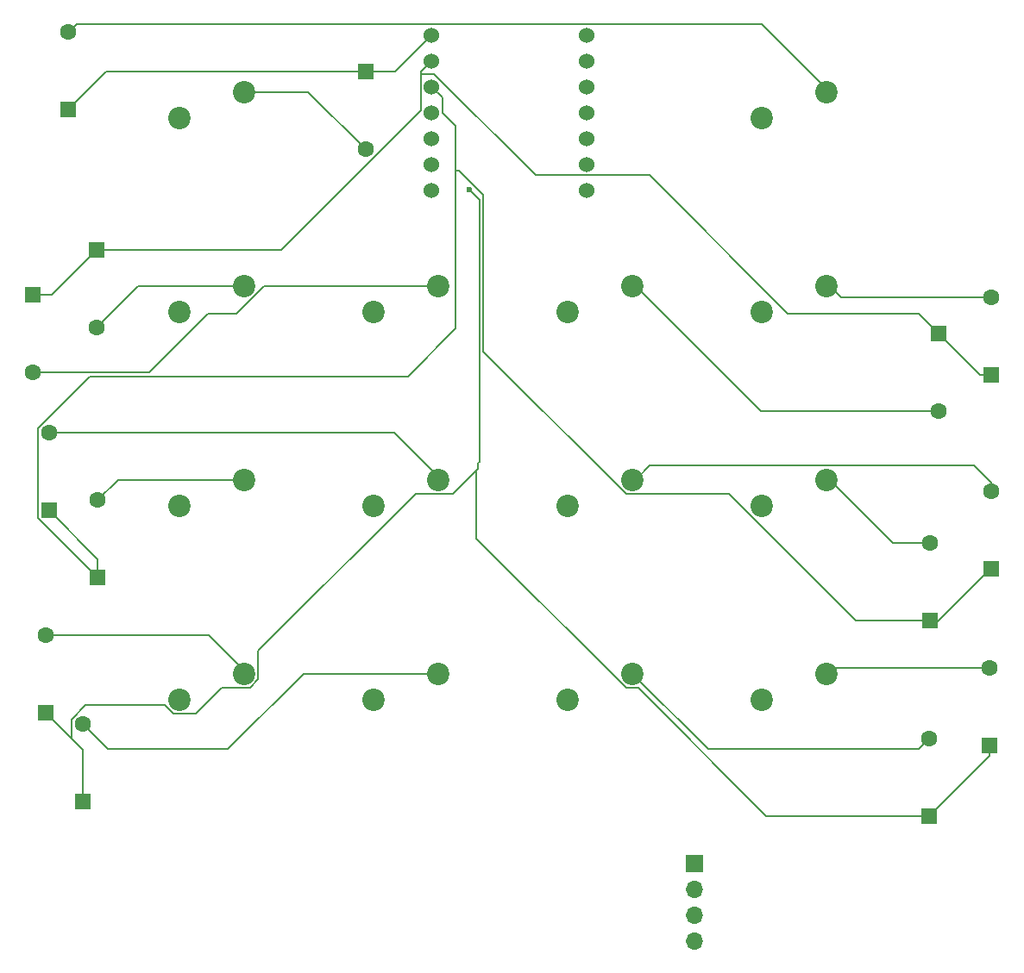
<source format=gbl>
%TF.GenerationSoftware,KiCad,Pcbnew,9.0.6*%
%TF.CreationDate,2025-12-02T12:20:49-05:00*%
%TF.ProjectId,TodoPad,546f646f-5061-4642-9e6b-696361645f70,rev?*%
%TF.SameCoordinates,Original*%
%TF.FileFunction,Copper,L2,Bot*%
%TF.FilePolarity,Positive*%
%FSLAX46Y46*%
G04 Gerber Fmt 4.6, Leading zero omitted, Abs format (unit mm)*
G04 Created by KiCad (PCBNEW 9.0.6) date 2025-12-02 12:20:49*
%MOMM*%
%LPD*%
G01*
G04 APERTURE LIST*
G04 Aperture macros list*
%AMRoundRect*
0 Rectangle with rounded corners*
0 $1 Rounding radius*
0 $2 $3 $4 $5 $6 $7 $8 $9 X,Y pos of 4 corners*
0 Add a 4 corners polygon primitive as box body*
4,1,4,$2,$3,$4,$5,$6,$7,$8,$9,$2,$3,0*
0 Add four circle primitives for the rounded corners*
1,1,$1+$1,$2,$3*
1,1,$1+$1,$4,$5*
1,1,$1+$1,$6,$7*
1,1,$1+$1,$8,$9*
0 Add four rect primitives between the rounded corners*
20,1,$1+$1,$2,$3,$4,$5,0*
20,1,$1+$1,$4,$5,$6,$7,0*
20,1,$1+$1,$6,$7,$8,$9,0*
20,1,$1+$1,$8,$9,$2,$3,0*%
G04 Aperture macros list end*
%TA.AperFunction,ComponentPad*%
%ADD10RoundRect,0.250000X-0.550000X0.550000X-0.550000X-0.550000X0.550000X-0.550000X0.550000X0.550000X0*%
%TD*%
%TA.AperFunction,ComponentPad*%
%ADD11C,1.600000*%
%TD*%
%TA.AperFunction,ComponentPad*%
%ADD12C,2.200000*%
%TD*%
%TA.AperFunction,ComponentPad*%
%ADD13RoundRect,0.250000X0.550000X-0.550000X0.550000X0.550000X-0.550000X0.550000X-0.550000X-0.550000X0*%
%TD*%
%TA.AperFunction,ComponentPad*%
%ADD14C,1.524000*%
%TD*%
%TA.AperFunction,ComponentPad*%
%ADD15R,1.700000X1.700000*%
%TD*%
%TA.AperFunction,ComponentPad*%
%ADD16O,1.700000X1.700000*%
%TD*%
%TA.AperFunction,ViaPad*%
%ADD17C,0.600000*%
%TD*%
%TA.AperFunction,Conductor*%
%ADD18C,0.200000*%
%TD*%
G04 APERTURE END LIST*
D10*
%TO.P,D4,1,K*%
%TO.N,Row 1*%
X98700000Y-70280000D03*
D11*
%TO.P,D4,2,A*%
%TO.N,Net-(D4-A)*%
X98700000Y-77900000D03*
%TD*%
D12*
%TO.P,SW7,1,1*%
%TO.N,Net-(D3-A)*%
X151247500Y-92868750D03*
%TO.P,SW7,2,2*%
%TO.N,Col 2*%
X144897500Y-95408750D03*
%TD*%
%TO.P,SW9,1,1*%
%TO.N,Net-(D4-A)*%
X113147500Y-73818750D03*
%TO.P,SW9,2,2*%
%TO.N,Col 0*%
X106797500Y-76358750D03*
%TD*%
D13*
%TO.P,D12,1,K*%
%TO.N,Row 2*%
X180500000Y-106710000D03*
D11*
%TO.P,D12,2,A*%
%TO.N,Net-(D12-A)*%
X180500000Y-99090000D03*
%TD*%
D13*
%TO.P,D8,1,K*%
%TO.N,Row 3*%
X97300000Y-124510000D03*
D11*
%TO.P,D8,2,A*%
%TO.N,Net-(D8-A)*%
X97300000Y-116890000D03*
%TD*%
D12*
%TO.P,SW5,1,1*%
%TO.N,Net-(D1-A)*%
X113147500Y-92868750D03*
%TO.P,SW5,2,2*%
%TO.N,Col 0*%
X106797500Y-95408750D03*
%TD*%
%TO.P,SW4,1,1*%
%TO.N,Net-(D13-A)*%
X170297500Y-111918750D03*
%TO.P,SW4,2,2*%
%TO.N,Col 3*%
X163947500Y-114458750D03*
%TD*%
D10*
%TO.P,D10,1,K*%
%TO.N,Row 0*%
X125100000Y-52790000D03*
D11*
%TO.P,D10,2,A*%
%TO.N,Net-(D10-A)*%
X125100000Y-60410000D03*
%TD*%
D12*
%TO.P,SW2,1,1*%
%TO.N,Net-(D8-A)*%
X132197500Y-111918750D03*
%TO.P,SW2,2,2*%
%TO.N,Col 1*%
X125847500Y-114458750D03*
%TD*%
D10*
%TO.P,D6,1,K*%
%TO.N,Row 1*%
X181300000Y-78490000D03*
D11*
%TO.P,D6,2,A*%
%TO.N,Net-(D6-A)*%
X181300000Y-86110000D03*
%TD*%
D13*
%TO.P,D14,1,K*%
%TO.N,Row 1*%
X186500000Y-82550000D03*
D11*
%TO.P,D14,2,A*%
%TO.N,Net-(D14-A)*%
X186500000Y-74930000D03*
%TD*%
D12*
%TO.P,SW6,1,1*%
%TO.N,Net-(D2-A)*%
X132197500Y-92868750D03*
%TO.P,SW6,2,2*%
%TO.N,Col 1*%
X125847500Y-95408750D03*
%TD*%
D13*
%TO.P,D3,1,K*%
%TO.N,Row 2*%
X186500000Y-101600000D03*
D11*
%TO.P,D3,2,A*%
%TO.N,Net-(D3-A)*%
X186500000Y-93980000D03*
%TD*%
D13*
%TO.P,D1,1,K*%
%TO.N,Row 2*%
X98800000Y-102510000D03*
D11*
%TO.P,D1,2,A*%
%TO.N,Net-(D1-A)*%
X98800000Y-94890000D03*
%TD*%
D14*
%TO.P,U1,1,GPIO26/ADC0/A0*%
%TO.N,Row 0*%
X131562500Y-49212500D03*
%TO.P,U1,2,GPIO27/ADC1/A1*%
%TO.N,Row 1*%
X131562500Y-51752500D03*
%TO.P,U1,3,GPIO28/ADC2/A2*%
%TO.N,Row 2*%
X131562500Y-54292500D03*
%TO.P,U1,4,GPIO29/ADC3/A3*%
%TO.N,Row 3*%
X131562500Y-56832500D03*
%TO.P,U1,5,GPIO6/SDA*%
%TO.N,Net-(U1-GPIO6{slash}SDA)*%
X131562500Y-59372500D03*
%TO.P,U1,6,GPIO7/SCL*%
%TO.N,Net-(U1-GPIO7{slash}SCL)*%
X131562500Y-61912500D03*
%TO.P,U1,7,GPIO0/TX*%
%TO.N,unconnected-(U1-GPIO0{slash}TX-Pad7)*%
X131562500Y-64452500D03*
%TO.P,U1,8,GPIO1/RX*%
%TO.N,Col 3*%
X146802500Y-64452500D03*
%TO.P,U1,9,GPIO2/SCK*%
%TO.N,Col 2*%
X146802500Y-61912500D03*
%TO.P,U1,10,GPIO4/MISO*%
%TO.N,Col 1*%
X146802500Y-59372500D03*
%TO.P,U1,11,GPIO3/MOSI*%
%TO.N,Col 0*%
X146802500Y-56832500D03*
%TO.P,U1,12,3V3*%
%TO.N,unconnected-(U1-3V3-Pad12)*%
X146802500Y-54292500D03*
%TO.P,U1,13,GND*%
%TO.N,GND*%
X146802500Y-51752500D03*
%TO.P,U1,14,VBUS*%
%TO.N,+5V*%
X146802500Y-49212500D03*
%TD*%
D13*
%TO.P,D13,1,K*%
%TO.N,Row 3*%
X186300000Y-119010000D03*
D11*
%TO.P,D13,2,A*%
%TO.N,Net-(D13-A)*%
X186300000Y-111390000D03*
%TD*%
D12*
%TO.P,SW10,1,1*%
%TO.N,Net-(D5-A)*%
X132197500Y-73818750D03*
%TO.P,SW10,2,2*%
%TO.N,Col 1*%
X125847500Y-76358750D03*
%TD*%
%TO.P,SW12,1,1*%
%TO.N,Net-(D14-A)*%
X170297500Y-73818750D03*
%TO.P,SW12,2,2*%
%TO.N,Col 3*%
X163947500Y-76358750D03*
%TD*%
D13*
%TO.P,D9,1,K*%
%TO.N,Row 3*%
X180400000Y-125910000D03*
D11*
%TO.P,D9,2,A*%
%TO.N,Net-(D9-A)*%
X180400000Y-118290000D03*
%TD*%
D12*
%TO.P,SW1,1,1*%
%TO.N,Net-(D7-A)*%
X113147500Y-111918750D03*
%TO.P,SW1,2,2*%
%TO.N,Col 0*%
X106797500Y-114458750D03*
%TD*%
%TO.P,SW8,1,1*%
%TO.N,Net-(D12-A)*%
X170297500Y-92868750D03*
%TO.P,SW8,2,2*%
%TO.N,Col 3*%
X163947500Y-95408750D03*
%TD*%
%TO.P,SW14,1,1*%
%TO.N,Net-(D11-A)*%
X170297500Y-54768750D03*
%TO.P,SW14,2,2*%
%TO.N,Col 3*%
X163947500Y-57308750D03*
%TD*%
D13*
%TO.P,D11,1,K*%
%TO.N,Row 0*%
X95900000Y-56510000D03*
D11*
%TO.P,D11,2,A*%
%TO.N,Net-(D11-A)*%
X95900000Y-48890000D03*
%TD*%
D13*
%TO.P,D7,1,K*%
%TO.N,Row 3*%
X93700000Y-115810000D03*
D11*
%TO.P,D7,2,A*%
%TO.N,Net-(D7-A)*%
X93700000Y-108190000D03*
%TD*%
D12*
%TO.P,SW11,1,1*%
%TO.N,Net-(D6-A)*%
X151247500Y-73818750D03*
%TO.P,SW11,2,2*%
%TO.N,Col 2*%
X144897500Y-76358750D03*
%TD*%
D10*
%TO.P,D5,1,K*%
%TO.N,Row 1*%
X92400000Y-74690000D03*
D11*
%TO.P,D5,2,A*%
%TO.N,Net-(D5-A)*%
X92400000Y-82310000D03*
%TD*%
D12*
%TO.P,SW13,1,1*%
%TO.N,Net-(D10-A)*%
X113147500Y-54768750D03*
%TO.P,SW13,2,2*%
%TO.N,Col 0*%
X106797500Y-57308750D03*
%TD*%
D15*
%TO.P,U2,1,Gnd*%
%TO.N,GND*%
X157400000Y-130590000D03*
D16*
%TO.P,U2,2,VCC*%
%TO.N,+5V*%
X157400000Y-133130000D03*
%TO.P,U2,3,SCL*%
%TO.N,Net-(U1-GPIO7{slash}SCL)*%
X157400000Y-135670000D03*
%TO.P,U2,4,SDA*%
%TO.N,Net-(U1-GPIO6{slash}SDA)*%
X157400000Y-138210000D03*
%TD*%
D13*
%TO.P,D2,1,K*%
%TO.N,Row 2*%
X94000000Y-95910000D03*
D11*
%TO.P,D2,2,A*%
%TO.N,Net-(D2-A)*%
X94000000Y-88290000D03*
%TD*%
D12*
%TO.P,SW3,1,1*%
%TO.N,Net-(D9-A)*%
X151247500Y-111918750D03*
%TO.P,SW3,2,2*%
%TO.N,Col 2*%
X144897500Y-114458750D03*
%TD*%
D17*
%TO.N,Row 3*%
X135300000Y-64400000D03*
%TD*%
D18*
%TO.N,Row 2*%
X160753684Y-94269750D02*
X150667186Y-94269750D01*
X136657000Y-64907057D02*
X134249943Y-62500000D01*
X180500000Y-106900000D02*
X180800000Y-107200000D01*
X180500000Y-106710000D02*
X180500000Y-106900000D01*
X132625500Y-55355500D02*
X131562500Y-54292500D01*
X150667186Y-94269750D02*
X136657000Y-80259564D01*
X98021950Y-82711000D02*
X129226780Y-82711000D01*
X92899000Y-87833950D02*
X98021950Y-82711000D01*
X132625500Y-56860564D02*
X132625500Y-55355500D01*
X133916000Y-58151064D02*
X132625500Y-56860564D01*
X129226780Y-82711000D02*
X133916000Y-78021780D01*
X136657000Y-80259564D02*
X136657000Y-64907057D01*
X98800000Y-100710000D02*
X94000000Y-95910000D01*
X133916000Y-62500000D02*
X133916000Y-58151064D01*
X98800000Y-102510000D02*
X98800000Y-100710000D01*
X186400000Y-101600000D02*
X186500000Y-101600000D01*
X133916000Y-78021780D02*
X133916000Y-62500000D01*
X92899000Y-96609000D02*
X92899000Y-87833950D01*
X134249943Y-62500000D02*
X133916000Y-62500000D01*
X180800000Y-107200000D02*
X186400000Y-101600000D01*
X98800000Y-102510000D02*
X92899000Y-96609000D01*
X180500000Y-106710000D02*
X173193934Y-106710000D01*
X173193934Y-106710000D02*
X160753684Y-94269750D01*
%TO.N,Net-(D1-A)*%
X98800000Y-94890000D02*
X100821250Y-92868750D01*
X113353750Y-92980000D02*
X113465000Y-92868750D01*
X100821250Y-92868750D02*
X113465000Y-92868750D01*
%TO.N,Net-(D2-A)*%
X127936250Y-88290000D02*
X132515000Y-92868750D01*
X94000000Y-88290000D02*
X127936250Y-88290000D01*
%TO.N,Net-(D3-A)*%
X186500000Y-93980000D02*
X186500000Y-93196250D01*
X152966000Y-91467750D02*
X151565000Y-92868750D01*
X186500000Y-93196250D02*
X184771500Y-91467750D01*
X184771500Y-91467750D02*
X152966000Y-91467750D01*
%TO.N,Row 1*%
X141748810Y-62975500D02*
X131773310Y-53000000D01*
X131773310Y-53000000D02*
X130499500Y-53000000D01*
X152975500Y-62975500D02*
X141748810Y-62975500D01*
X98700000Y-70280000D02*
X98680000Y-70280000D01*
X130499500Y-52815500D02*
X131562500Y-51752500D01*
X181300000Y-78490000D02*
X179357750Y-76547750D01*
X130499500Y-53000000D02*
X130499500Y-52815500D01*
X98680000Y-70280000D02*
X94270000Y-74690000D01*
X94270000Y-74690000D02*
X92400000Y-74690000D01*
X179357750Y-76547750D02*
X166547750Y-76547750D01*
X185360000Y-82550000D02*
X181300000Y-78490000D01*
X186500000Y-82550000D02*
X185360000Y-82550000D01*
X116787050Y-70280000D02*
X130499500Y-56567550D01*
X130499500Y-56567550D02*
X130499500Y-53000000D01*
X166547750Y-76547750D02*
X152975500Y-62975500D01*
X98700000Y-70280000D02*
X116787050Y-70280000D01*
%TO.N,Net-(D4-A)*%
X98700000Y-77900000D02*
X102781250Y-73818750D01*
X102781250Y-73818750D02*
X113465000Y-73818750D01*
%TO.N,Net-(D5-A)*%
X115128814Y-73818750D02*
X112399814Y-76547750D01*
X132197500Y-73818750D02*
X115128814Y-73818750D01*
X109576970Y-76547750D02*
X103814720Y-82310000D01*
X112399814Y-76547750D02*
X109576970Y-76547750D01*
X103814720Y-82310000D02*
X92400000Y-82310000D01*
%TO.N,Net-(D6-A)*%
X163856250Y-86110000D02*
X181300000Y-86110000D01*
X151565000Y-73818750D02*
X163856250Y-86110000D01*
%TO.N,Net-(D7-A)*%
X93700000Y-108190000D02*
X109736250Y-108190000D01*
X109736250Y-108190000D02*
X113465000Y-111918750D01*
%TO.N,Row 3*%
X136256000Y-65356000D02*
X135300000Y-64400000D01*
X96199000Y-116433950D02*
X97593886Y-115039064D01*
X136132532Y-91834752D02*
X136132532Y-91232532D01*
X97300000Y-124510000D02*
X97300000Y-119410000D01*
X164418064Y-125910000D02*
X180400000Y-125910000D01*
X135983642Y-91983642D02*
X135983642Y-98636206D01*
X96199000Y-118309000D02*
X96199000Y-116433950D01*
X136256000Y-91109064D02*
X136256000Y-65356000D01*
X108421684Y-115859750D02*
X110961684Y-113319750D01*
X97300000Y-119410000D02*
X93700000Y-115810000D01*
X105396500Y-115039064D02*
X106217186Y-115859750D01*
X135983642Y-98636206D02*
X150667186Y-113319750D01*
X113727814Y-113319750D02*
X114548500Y-112499064D01*
X136132532Y-91232532D02*
X136256000Y-91109064D01*
X133697534Y-94269750D02*
X135983642Y-91983642D01*
X106217186Y-115859750D02*
X108421684Y-115859750D01*
X135983642Y-91983642D02*
X136132532Y-91834752D01*
X97300000Y-119410000D02*
X96199000Y-118309000D01*
X114548500Y-112499064D02*
X114548500Y-109697064D01*
X110961684Y-113319750D02*
X113727814Y-113319750D01*
X150667186Y-113319750D02*
X151827814Y-113319750D01*
X129975814Y-94269750D02*
X133697534Y-94269750D01*
X114548500Y-109697064D02*
X129975814Y-94269750D01*
X186300000Y-120010000D02*
X180400000Y-125910000D01*
X151827814Y-113319750D02*
X164418064Y-125910000D01*
X97593886Y-115039064D02*
X105396500Y-115039064D01*
X186300000Y-119010000D02*
X186300000Y-120010000D01*
%TO.N,Net-(D8-A)*%
X99759750Y-119349750D02*
X97300000Y-116890000D01*
X132197500Y-111918750D02*
X119012316Y-111918750D01*
X111581316Y-119349750D02*
X99759750Y-119349750D01*
X119012316Y-111918750D02*
X111581316Y-119349750D01*
%TO.N,Net-(D9-A)*%
X179340250Y-119349750D02*
X180400000Y-118290000D01*
X151247500Y-111918750D02*
X158678500Y-119349750D01*
X158678500Y-119349750D02*
X179340250Y-119349750D01*
%TO.N,Row 0*%
X95900000Y-56510000D02*
X99620000Y-52790000D01*
X127985000Y-52790000D02*
X131562500Y-49212500D01*
X125100000Y-52790000D02*
X127985000Y-52790000D01*
X99620000Y-52790000D02*
X125100000Y-52790000D01*
%TO.N,Net-(D10-A)*%
X119458750Y-54768750D02*
X125100000Y-60410000D01*
X113465000Y-54768750D02*
X119458750Y-54768750D01*
%TO.N,Net-(D11-A)*%
X95900000Y-48890000D02*
X96699999Y-48090001D01*
X163936251Y-48090001D02*
X170615000Y-54768750D01*
X96699999Y-48090001D02*
X163936251Y-48090001D01*
%TO.N,Net-(D12-A)*%
X180500000Y-99090000D02*
X176836250Y-99090000D01*
X176836250Y-99090000D02*
X170615000Y-92868750D01*
%TO.N,Net-(D13-A)*%
X171143750Y-111390000D02*
X170615000Y-111918750D01*
X186300000Y-111390000D02*
X171143750Y-111390000D01*
%TO.N,Net-(D14-A)*%
X171726250Y-74930000D02*
X170615000Y-73818750D01*
X186500000Y-74930000D02*
X171726250Y-74930000D01*
%TD*%
M02*

</source>
